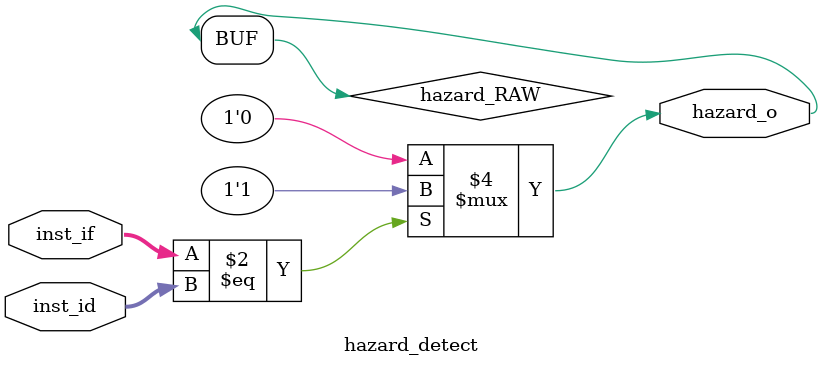
<source format=v>
/* Hazard Handling
 * This is the control module for stalling when there is a hazard 
 */

module hazard_detect #(parameter WORD = 32, parameter INST_LEN = 32) (
    input [INST_LEN-1:0] inst_if,       // Instruction in the IF stage
    input [INST_LEN-1:0] inst_id,       // Instruction in the ID stage
    //input [WORD-1:0] alu_out_ex,        // ALU output in the EX stage
    //input [WORD-1:0] mem_out_mem,       // Memory output in the MEM stage
    output hazard_o                     // Hazard output signal
);

    reg hazard_RAW;

    always @* begin
        // hazards are flagged when same instruction is called twice in a row.
        // Need to add detection of RAW WAR and WAW hazards!
        if (inst_if == inst_id)
            hazard_RAW = 1'b1;                // Hazard detected, set output to 1 (stall)
        else
            hazard_RAW = 1'b0;                // No hazard, set output to 0 (no stall)
    end
    
    assign hazard_o = hazard_RAW;

endmodule


</source>
